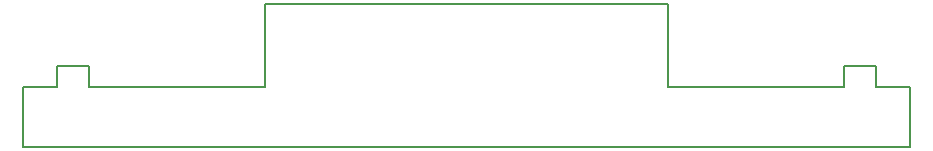
<source format=gbr>
G04 DipTrace 2.4.0.2*
%INBoardOutline.gbr*%
%MOIN*%
%ADD11C,0.0055*%
%FSLAX44Y44*%
G04*
G70*
G90*
G75*
G01*
%LNBoardOutline*%
%LPD*%
X3940Y5940D2*
D11*
X5065D1*
Y6628D1*
X6128D1*
Y5940D1*
X12004D1*
Y8691D1*
X25442D1*
Y5940D1*
X31318D1*
Y6628D1*
X32381D1*
Y5940D1*
X33506D1*
Y3940D1*
X3940D1*
Y5940D1*
M02*

</source>
